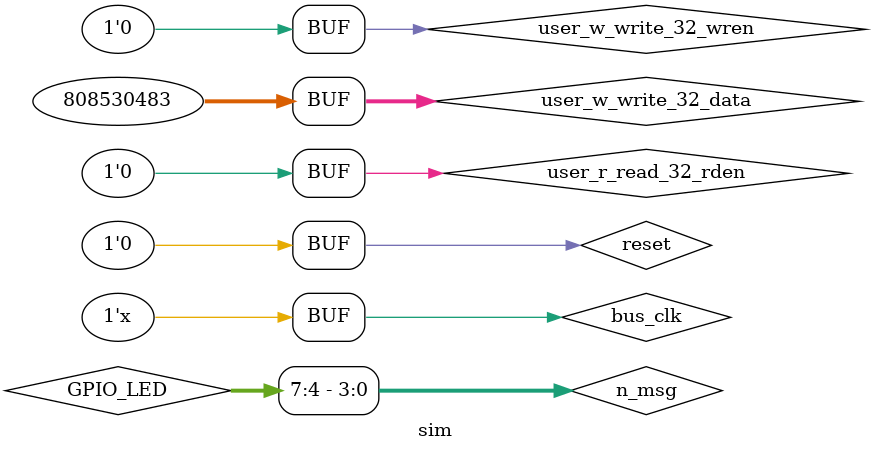
<source format=v>
`define TRUE 1'b1
`define FALSE 1'b0
`timescale 1ns / 200ps

module sim;
	//reg CLK_P, CLK_N
  reg reset;
	wire [7:0] GPIO_LED;
  reg bus_clk;
  reg       user_r_read_32_rden;
  wire       user_r_read_32_empty;
  wire [31:0] user_r_read_32_data;
  wire        user_r_read_32_open;
  reg        user_w_write_32_wren;
  wire        user_w_write_32_full;
  reg [31:0] user_w_write_32_data;
  reg pc_msg32_ack; // Command from the PC to FPGA
  wire[31:0] pc_msg32;
  wire pc_msg32_empty;
  reg send_data;
  reg[11:0] top_pixel, bottom_pixel;
  wire xb_rd_fifo_full;
  reg[3:0] n_msg;

  xb_wr_fifo xb_wr_fifo(.rst(reset), .clk(bus_clk)//.wr_clk(bus_clk), .rd_clk(clk)
    , .din(user_w_write_32_data), .wr_en(user_w_write_32_wren)
    , .rd_en(pc_msg32_ack), .dout(pc_msg32)
    , .full(user_w_write_32_full), .empty(pc_msg32_empty));

  xb_rd_fifo xb_rd_fifo(.rst(reset), .clk(bus_clk)//.wr_clk(clk), .rd_clk(bus_clk)
    , .din(pc_msg32), .wr_en(send_data)
    , .rd_en(user_r_read_32_rden), .dout(user_r_read_32_data)
    , .full(xb_rd_fifo_full), .empty(user_r_read_32_empty));

  assign GPIO_LED[7:4] = n_msg;

	// Instantiate the Unit Under Test (UUT)
	initial begin
    bus_clk <= 0;
    reset = 1'b0;
    user_r_read_32_rden = 0;
    user_w_write_32_wren = 0;
    send_data = 0;
    pc_msg32_ack = 0;
    
    #2 reset = 1'b1;//The rising of reset line should trigger the reset logic
    #2 reset = 1'b0;
    
    #4 user_w_write_32_data <= 32'h30313233;
       user_w_write_32_wren <= 1'b1;
    #2 user_w_write_32_wren <= 1'b0;
	end
      
  always #1 bus_clk = ~bus_clk;
  
  always @(posedge reset, posedge bus_clk) begin
    if(reset) begin
      pc_msg32_ack <= 0;
      send_data <= 0;
      top_pixel <= 12'b000000010101;
      bottom_pixel <= 12'b010101000000;
      n_msg <= 0;
    end else begin
      pc_msg32_ack <= `FALSE; //Default value
      send_data <= `FALSE;
      
      if(!pc_msg32_empty && !pc_msg32_ack) begin // a message from PC!
        pc_msg32_ack <= `TRUE;
        send_data <= `TRUE;
        n_msg <= n_msg + 1'b1;
      end
    end
  end//always

endmodule

</source>
